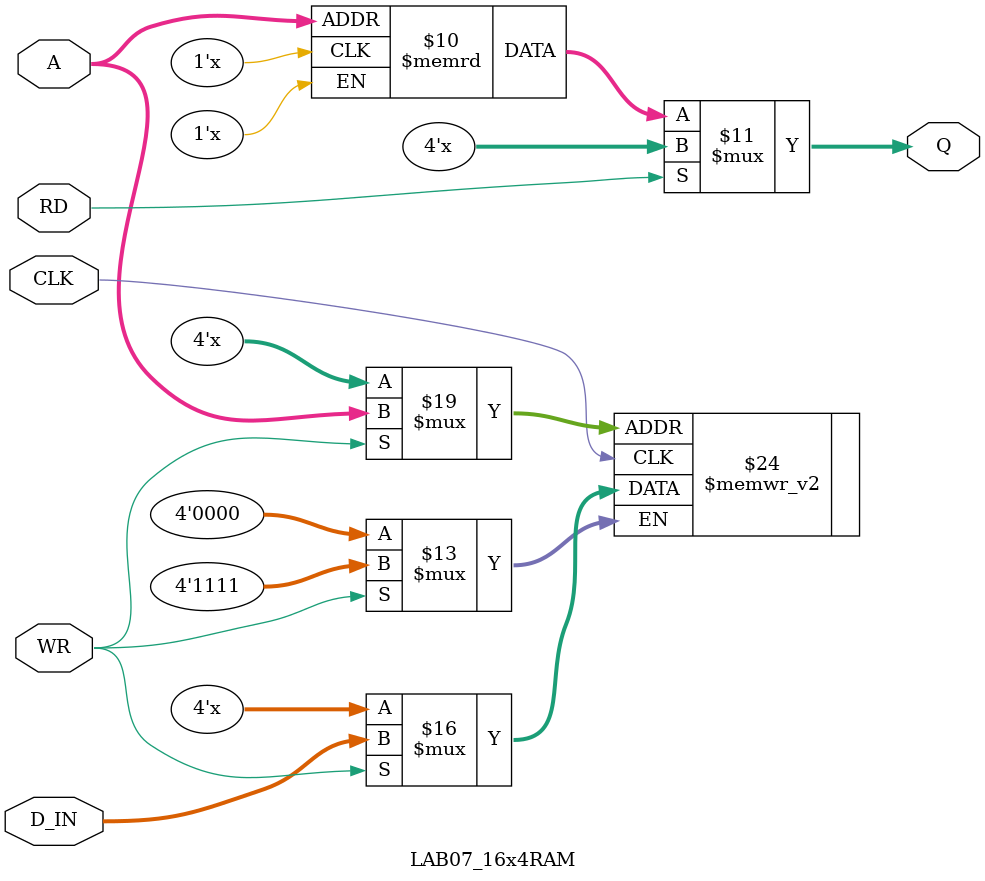
<source format=v>
module LAB07_16x4RAM(CLK,WR,RD,A,D_IN,Q);
input CLK, WR, RD;
input [3:0] A;
input [3:0] D_IN;
output [3:0] Q;
reg [3:0] SRAM [15:0];

always @(posedge CLK) begin
	if(WR) SRAM[A] = D_IN;
end
assign Q = (RD==0) ? SRAM[A] : 4'bz;
endmodule

</source>
